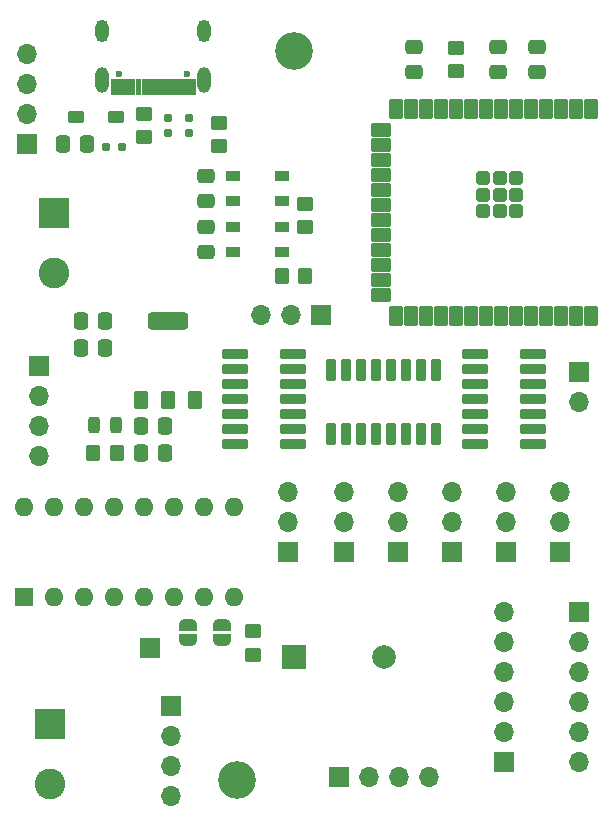
<source format=gbr>
%TF.GenerationSoftware,KiCad,Pcbnew,8.0.0*%
%TF.CreationDate,2024-04-15T20:03:37+02:00*%
%TF.ProjectId,MuntsorteerderESP,4d756e74-736f-4727-9465-657264657245,rev?*%
%TF.SameCoordinates,Original*%
%TF.FileFunction,Soldermask,Top*%
%TF.FilePolarity,Negative*%
%FSLAX46Y46*%
G04 Gerber Fmt 4.6, Leading zero omitted, Abs format (unit mm)*
G04 Created by KiCad (PCBNEW 8.0.0) date 2024-04-15 20:03:37*
%MOMM*%
%LPD*%
G01*
G04 APERTURE LIST*
G04 Aperture macros list*
%AMRoundRect*
0 Rectangle with rounded corners*
0 $1 Rounding radius*
0 $2 $3 $4 $5 $6 $7 $8 $9 X,Y pos of 4 corners*
0 Add a 4 corners polygon primitive as box body*
4,1,4,$2,$3,$4,$5,$6,$7,$8,$9,$2,$3,0*
0 Add four circle primitives for the rounded corners*
1,1,$1+$1,$2,$3*
1,1,$1+$1,$4,$5*
1,1,$1+$1,$6,$7*
1,1,$1+$1,$8,$9*
0 Add four rect primitives between the rounded corners*
20,1,$1+$1,$2,$3,$4,$5,0*
20,1,$1+$1,$4,$5,$6,$7,0*
20,1,$1+$1,$6,$7,$8,$9,0*
20,1,$1+$1,$8,$9,$2,$3,0*%
%AMFreePoly0*
4,1,19,0.500000,-0.750000,0.000000,-0.750000,0.000000,-0.744911,-0.071157,-0.744911,-0.207708,-0.704816,-0.327430,-0.627875,-0.420627,-0.520320,-0.479746,-0.390866,-0.500000,-0.250000,-0.500000,0.250000,-0.479746,0.390866,-0.420627,0.520320,-0.327430,0.627875,-0.207708,0.704816,-0.071157,0.744911,0.000000,0.744911,0.000000,0.750000,0.500000,0.750000,0.500000,-0.750000,0.500000,-0.750000,
$1*%
%AMFreePoly1*
4,1,19,0.000000,0.744911,0.071157,0.744911,0.207708,0.704816,0.327430,0.627875,0.420627,0.520320,0.479746,0.390866,0.500000,0.250000,0.500000,-0.250000,0.479746,-0.390866,0.420627,-0.520320,0.327430,-0.627875,0.207708,-0.704816,0.071157,-0.744911,0.000000,-0.744911,0.000000,-0.750000,-0.500000,-0.750000,-0.500000,0.750000,0.000000,0.750000,0.000000,0.744911,0.000000,0.744911,
$1*%
G04 Aperture macros list end*
%ADD10C,0.010000*%
%ADD11RoundRect,0.250000X-0.337500X-0.475000X0.337500X-0.475000X0.337500X0.475000X-0.337500X0.475000X0*%
%ADD12RoundRect,0.102000X0.200000X-0.240000X0.200000X0.240000X-0.200000X0.240000X-0.200000X-0.240000X0*%
%ADD13RoundRect,0.250000X0.475000X-0.337500X0.475000X0.337500X-0.475000X0.337500X-0.475000X-0.337500X0*%
%ADD14C,3.200000*%
%ADD15RoundRect,0.250000X0.337500X0.475000X-0.337500X0.475000X-0.337500X-0.475000X0.337500X-0.475000X0*%
%ADD16RoundRect,0.250000X0.350000X0.450000X-0.350000X0.450000X-0.350000X-0.450000X0.350000X-0.450000X0*%
%ADD17R,2.600000X2.600000*%
%ADD18C,2.600000*%
%ADD19R,1.700000X1.700000*%
%ADD20O,1.700000X1.700000*%
%ADD21RoundRect,0.243750X0.243750X0.456250X-0.243750X0.456250X-0.243750X-0.456250X0.243750X-0.456250X0*%
%ADD22R,2.000000X2.000000*%
%ADD23C,2.000000*%
%ADD24RoundRect,0.102000X-0.450000X0.750000X-0.450000X-0.750000X0.450000X-0.750000X0.450000X0.750000X0*%
%ADD25RoundRect,0.102000X-0.750000X0.450000X-0.750000X-0.450000X0.750000X-0.450000X0.750000X0.450000X0*%
%ADD26RoundRect,0.102000X-0.450000X0.450000X-0.450000X-0.450000X0.450000X-0.450000X0.450000X0.450000X0*%
%ADD27RoundRect,0.250000X0.450000X-0.350000X0.450000X0.350000X-0.450000X0.350000X-0.450000X-0.350000X0*%
%ADD28RoundRect,0.102000X-0.240000X-0.200000X0.240000X-0.200000X0.240000X0.200000X-0.240000X0.200000X0*%
%ADD29RoundRect,0.120600X0.966400X0.281400X-0.966400X0.281400X-0.966400X-0.281400X0.966400X-0.281400X0*%
%ADD30RoundRect,0.079380X0.487620X-0.677620X0.487620X0.677620X-0.487620X0.677620X-0.487620X-0.677620X0*%
%ADD31RoundRect,0.363360X1.358640X-0.393640X1.358640X0.393640X-1.358640X0.393640X-1.358640X-0.393640X0*%
%ADD32RoundRect,0.250000X-0.450000X0.350000X-0.450000X-0.350000X0.450000X-0.350000X0.450000X0.350000X0*%
%ADD33C,0.600000*%
%ADD34O,1.104000X2.204000*%
%ADD35O,1.104000X1.904000*%
%ADD36RoundRect,0.102000X-0.525000X-0.325000X0.525000X-0.325000X0.525000X0.325000X-0.525000X0.325000X0*%
%ADD37FreePoly0,270.000000*%
%ADD38FreePoly1,270.000000*%
%ADD39RoundRect,0.102000X-0.605000X-0.365000X0.605000X-0.365000X0.605000X0.365000X-0.605000X0.365000X0*%
%ADD40RoundRect,0.054180X-0.332820X0.842820X-0.332820X-0.842820X0.332820X-0.842820X0.332820X0.842820X0*%
%ADD41R,1.600000X1.600000*%
%ADD42O,1.600000X1.600000*%
G04 APERTURE END LIST*
D10*
%TO.C,J1*%
X132525000Y-33640000D02*
X131825000Y-33640000D01*
X131825000Y-32400000D01*
X132525000Y-32400000D01*
X132525000Y-33640000D01*
G36*
X132525000Y-33640000D02*
G01*
X131825000Y-33640000D01*
X131825000Y-32400000D01*
X132525000Y-32400000D01*
X132525000Y-33640000D01*
G37*
X133325000Y-33640000D02*
X132625000Y-33640000D01*
X132625000Y-32400000D01*
X133325000Y-32400000D01*
X133325000Y-33640000D01*
G36*
X133325000Y-33640000D02*
G01*
X132625000Y-33640000D01*
X132625000Y-32400000D01*
X133325000Y-32400000D01*
X133325000Y-33640000D01*
G37*
X133825000Y-33640000D02*
X133425000Y-33640000D01*
X133425000Y-32400000D01*
X133825000Y-32400000D01*
X133825000Y-33640000D01*
G36*
X133825000Y-33640000D02*
G01*
X133425000Y-33640000D01*
X133425000Y-32400000D01*
X133825000Y-32400000D01*
X133825000Y-33640000D01*
G37*
X134325000Y-33640000D02*
X133925000Y-33640000D01*
X133925000Y-32400000D01*
X134325000Y-32400000D01*
X134325000Y-33640000D01*
G36*
X134325000Y-33640000D02*
G01*
X133925000Y-33640000D01*
X133925000Y-32400000D01*
X134325000Y-32400000D01*
X134325000Y-33640000D01*
G37*
X134825000Y-33640000D02*
X134425000Y-33640000D01*
X134425000Y-32400000D01*
X134825000Y-32400000D01*
X134825000Y-33640000D01*
G36*
X134825000Y-33640000D02*
G01*
X134425000Y-33640000D01*
X134425000Y-32400000D01*
X134825000Y-32400000D01*
X134825000Y-33640000D01*
G37*
X135325000Y-33640000D02*
X134925000Y-33640000D01*
X134925000Y-32400000D01*
X135325000Y-32400000D01*
X135325000Y-33640000D01*
G36*
X135325000Y-33640000D02*
G01*
X134925000Y-33640000D01*
X134925000Y-32400000D01*
X135325000Y-32400000D01*
X135325000Y-33640000D01*
G37*
X135825000Y-33640000D02*
X135425000Y-33640000D01*
X135425000Y-32400000D01*
X135825000Y-32400000D01*
X135825000Y-33640000D01*
G36*
X135825000Y-33640000D02*
G01*
X135425000Y-33640000D01*
X135425000Y-32400000D01*
X135825000Y-32400000D01*
X135825000Y-33640000D01*
G37*
X136325000Y-33640000D02*
X135925000Y-33640000D01*
X135925000Y-32400000D01*
X136325000Y-32400000D01*
X136325000Y-33640000D01*
G36*
X136325000Y-33640000D02*
G01*
X135925000Y-33640000D01*
X135925000Y-32400000D01*
X136325000Y-32400000D01*
X136325000Y-33640000D01*
G37*
X136825000Y-33640000D02*
X136425000Y-33640000D01*
X136425000Y-32400000D01*
X136825000Y-32400000D01*
X136825000Y-33640000D01*
G36*
X136825000Y-33640000D02*
G01*
X136425000Y-33640000D01*
X136425000Y-32400000D01*
X136825000Y-32400000D01*
X136825000Y-33640000D01*
G37*
X137325000Y-33640000D02*
X136925000Y-33640000D01*
X136925000Y-32400000D01*
X137325000Y-32400000D01*
X137325000Y-33640000D01*
G36*
X137325000Y-33640000D02*
G01*
X136925000Y-33640000D01*
X136925000Y-32400000D01*
X137325000Y-32400000D01*
X137325000Y-33640000D01*
G37*
X138125000Y-33640000D02*
X137425000Y-33640000D01*
X137425000Y-32400000D01*
X138125000Y-32400000D01*
X138125000Y-33640000D01*
G36*
X138125000Y-33640000D02*
G01*
X137425000Y-33640000D01*
X137425000Y-32400000D01*
X138125000Y-32400000D01*
X138125000Y-33640000D01*
G37*
X138925000Y-33640000D02*
X138225000Y-33640000D01*
X138225000Y-32400000D01*
X138925000Y-32400000D01*
X138925000Y-33640000D01*
G36*
X138925000Y-33640000D02*
G01*
X138225000Y-33640000D01*
X138225000Y-32400000D01*
X138925000Y-32400000D01*
X138925000Y-33640000D01*
G37*
%TD*%
D11*
%TO.C,C6*%
X129264500Y-55118000D03*
X131339500Y-55118000D03*
%TD*%
D12*
%TO.C,D4*%
X136652000Y-36982000D03*
X136652000Y-35662000D03*
%TD*%
%TO.C,D3*%
X138430000Y-36982000D03*
X138430000Y-35662000D03*
%TD*%
D13*
%TO.C,C10*%
X139911000Y-42693500D03*
X139911000Y-40618500D03*
%TD*%
D14*
%TO.C,H2*%
X142494000Y-91694000D03*
%TD*%
D15*
%TO.C,C7*%
X136419500Y-61722000D03*
X134344500Y-61722000D03*
%TD*%
D16*
%TO.C,R4*%
X132318000Y-64008000D03*
X130318000Y-64008000D03*
%TD*%
D15*
%TO.C,C8*%
X136419500Y-64008000D03*
X134344500Y-64008000D03*
%TD*%
D17*
%TO.C,J8*%
X127000000Y-43683000D03*
D18*
X127000000Y-48763000D03*
%TD*%
D19*
%TO.C,J6*%
X125730000Y-56642000D03*
D20*
X125730000Y-59182000D03*
X125730000Y-61722000D03*
X125730000Y-64262000D03*
%TD*%
D21*
%TO.C,D5*%
X132235500Y-61702000D03*
X130360500Y-61702000D03*
%TD*%
D14*
%TO.C,H1*%
X147320000Y-29972000D03*
%TD*%
D19*
%TO.C,J5*%
X136906000Y-85481000D03*
D20*
X136906000Y-88021000D03*
X136906000Y-90561000D03*
X136906000Y-93101000D03*
%TD*%
D22*
%TO.C,BZ1*%
X147320000Y-81280000D03*
D23*
X154920000Y-81280000D03*
%TD*%
D24*
%TO.C,U1*%
X172466000Y-34938000D03*
X171196000Y-34938000D03*
X169926000Y-34938000D03*
X168656000Y-34938000D03*
X167386000Y-34938000D03*
X166116000Y-34938000D03*
X164846000Y-34938000D03*
X163576000Y-34938000D03*
X162306000Y-34938000D03*
X161036000Y-34938000D03*
X159766000Y-34938000D03*
X158496000Y-34938000D03*
X157226000Y-34938000D03*
X155956000Y-34938000D03*
D25*
X154706000Y-36703000D03*
X154706000Y-37973000D03*
X154706000Y-39243000D03*
X154706000Y-40513000D03*
X154706000Y-41783000D03*
X154706000Y-43053000D03*
X154706000Y-44323000D03*
X154706000Y-45593000D03*
X154706000Y-46863000D03*
X154706000Y-48133000D03*
X154706000Y-49403000D03*
X154706000Y-50673000D03*
D24*
X155956000Y-52438000D03*
X157226000Y-52438000D03*
X158496000Y-52438000D03*
X159766000Y-52438000D03*
X161036000Y-52438000D03*
X162306000Y-52438000D03*
X163576000Y-52438000D03*
X164846000Y-52438000D03*
X166116000Y-52438000D03*
X167386000Y-52438000D03*
X168656000Y-52438000D03*
X169926000Y-52438000D03*
X171196000Y-52438000D03*
X172466000Y-52438000D03*
D26*
X164746000Y-42188000D03*
X164746000Y-40788000D03*
X164746000Y-43588000D03*
X163346000Y-40788000D03*
X163346000Y-42188000D03*
X163346000Y-43588000D03*
X166146000Y-40788000D03*
X166146000Y-42188000D03*
X166146000Y-43588000D03*
%TD*%
D11*
%TO.C,C4*%
X127740500Y-37846000D03*
X129815500Y-37846000D03*
%TD*%
D13*
%TO.C,C2*%
X167894000Y-31750000D03*
X167894000Y-29675000D03*
%TD*%
D16*
%TO.C,R5*%
X148277000Y-49022000D03*
X146277000Y-49022000D03*
%TD*%
D27*
%TO.C,R1*%
X161036000Y-31712500D03*
X161036000Y-29712500D03*
%TD*%
D28*
%TO.C,D2*%
X131420000Y-38100000D03*
X132740000Y-38100000D03*
%TD*%
D29*
%TO.C,U5*%
X147258500Y-63246000D03*
X147258500Y-61976000D03*
X147258500Y-60706000D03*
X147258500Y-59436000D03*
X147258500Y-58166000D03*
X147258500Y-56896000D03*
X147258500Y-55626000D03*
X142308500Y-55626000D03*
X142308500Y-56896000D03*
X142308500Y-58166000D03*
X142308500Y-59436000D03*
X142308500Y-60706000D03*
X142308500Y-61976000D03*
X142308500Y-63246000D03*
%TD*%
D19*
%TO.C,J9*%
X171450000Y-57150000D03*
D20*
X171450000Y-59690000D03*
%TD*%
D30*
%TO.C,U2*%
X134407500Y-59524500D03*
X136697500Y-59524500D03*
X138987500Y-59524500D03*
D31*
X136697500Y-52834500D03*
%TD*%
D29*
%TO.C,U4*%
X167575000Y-63249500D03*
X167575000Y-61979500D03*
X167575000Y-60709500D03*
X167575000Y-59439500D03*
X167575000Y-58169500D03*
X167575000Y-56899500D03*
X167575000Y-55629500D03*
X162625000Y-55629500D03*
X162625000Y-56899500D03*
X162625000Y-58169500D03*
X162625000Y-59439500D03*
X162625000Y-60709500D03*
X162625000Y-61979500D03*
X162625000Y-63249500D03*
%TD*%
D32*
%TO.C,R2*%
X140970000Y-36084000D03*
X140970000Y-38084000D03*
%TD*%
D33*
%TO.C,J1*%
X138265000Y-31950000D03*
X132485000Y-31950000D03*
D34*
X139700000Y-32440000D03*
X131050000Y-32440000D03*
D35*
X139700000Y-28270000D03*
X131050000Y-28270000D03*
%TD*%
D19*
%TO.C,M2*%
X165274000Y-72390000D03*
D20*
X165274000Y-69850000D03*
X165274000Y-67310000D03*
%TD*%
D19*
%TO.C,M4*%
X156130000Y-72390000D03*
D20*
X156130000Y-69850000D03*
X156130000Y-67310000D03*
%TD*%
D19*
%TO.C,M3*%
X160702000Y-72390000D03*
D20*
X160702000Y-69850000D03*
X160702000Y-67310000D03*
%TD*%
D32*
%TO.C,R3*%
X134620000Y-35322000D03*
X134620000Y-37322000D03*
%TD*%
D27*
%TO.C,R6*%
X148293000Y-44942000D03*
X148293000Y-42942000D03*
%TD*%
D19*
%TO.C,J3*%
X165100000Y-90170000D03*
D20*
X165100000Y-87630000D03*
X165100000Y-85090000D03*
X165100000Y-82550000D03*
X165100000Y-80010000D03*
X165100000Y-77470000D03*
%TD*%
D13*
%TO.C,C9*%
X139911000Y-47011500D03*
X139911000Y-44936500D03*
%TD*%
D19*
%TO.C,M5*%
X151558000Y-72390000D03*
D20*
X151558000Y-69850000D03*
X151558000Y-67310000D03*
%TD*%
D19*
%TO.C,J10*%
X135128000Y-80518000D03*
%TD*%
%TO.C,J2*%
X124714000Y-37846000D03*
D20*
X124714000Y-35306000D03*
X124714000Y-32766000D03*
X124714000Y-30226000D03*
%TD*%
D36*
%TO.C,SW2*%
X142154000Y-40581000D03*
X146304000Y-40581000D03*
X142154000Y-42731000D03*
X146304000Y-42731000D03*
%TD*%
D13*
%TO.C,C1*%
X157480000Y-31750000D03*
X157480000Y-29675000D03*
%TD*%
D37*
%TO.C,JP1*%
X138318000Y-78598000D03*
D38*
X138318000Y-79898000D03*
%TD*%
D19*
%TO.C,J7*%
X151130000Y-91440000D03*
D20*
X153670000Y-91440000D03*
X156210000Y-91440000D03*
X158750000Y-91440000D03*
%TD*%
D11*
%TO.C,C5*%
X129264500Y-52832000D03*
X131339500Y-52832000D03*
%TD*%
D39*
%TO.C,D1*%
X132236000Y-35560000D03*
X128876000Y-35560000D03*
%TD*%
D32*
%TO.C,R7*%
X143891000Y-79137000D03*
X143891000Y-81137000D03*
%TD*%
D40*
%TO.C,U3*%
X159388500Y-56980000D03*
X158118500Y-56980000D03*
X156848500Y-56980000D03*
X155578500Y-56980000D03*
X154308500Y-56980000D03*
X153038500Y-56980000D03*
X151768500Y-56980000D03*
X150498500Y-56980000D03*
X150498500Y-62400000D03*
X151768500Y-62400000D03*
X153038500Y-62400000D03*
X154308500Y-62400000D03*
X155578500Y-62400000D03*
X156848500Y-62400000D03*
X158118500Y-62400000D03*
X159388500Y-62400000D03*
%TD*%
D13*
%TO.C,C3*%
X164592000Y-31750000D03*
X164592000Y-29675000D03*
%TD*%
D41*
%TO.C,U6*%
X124475000Y-76190000D03*
D42*
X127015000Y-76190000D03*
X129555000Y-76190000D03*
X132095000Y-76190000D03*
X134635000Y-76190000D03*
X137175000Y-76190000D03*
X139715000Y-76190000D03*
X142255000Y-76190000D03*
X142255000Y-68570000D03*
X139715000Y-68570000D03*
X137175000Y-68570000D03*
X134635000Y-68570000D03*
X132095000Y-68570000D03*
X129555000Y-68570000D03*
X127015000Y-68570000D03*
X124475000Y-68570000D03*
%TD*%
D19*
%TO.C,J4*%
X171450000Y-77470000D03*
D20*
X171450000Y-80010000D03*
X171450000Y-82550000D03*
X171450000Y-85090000D03*
X171450000Y-87630000D03*
X171450000Y-90170000D03*
%TD*%
D37*
%TO.C,JP2*%
X141224000Y-78598000D03*
D38*
X141224000Y-79898000D03*
%TD*%
D19*
%TO.C,M1*%
X169846000Y-72390000D03*
D20*
X169846000Y-69850000D03*
X169846000Y-67310000D03*
%TD*%
D36*
%TO.C,SW1*%
X142154000Y-44899000D03*
X146304000Y-44899000D03*
X142154000Y-47049000D03*
X146304000Y-47049000D03*
%TD*%
D19*
%TO.C,M6*%
X146812000Y-72390000D03*
D20*
X146812000Y-69850000D03*
X146812000Y-67310000D03*
%TD*%
D19*
%TO.C,J11*%
X149591000Y-52324000D03*
D20*
X147051000Y-52324000D03*
X144511000Y-52324000D03*
%TD*%
D17*
%TO.C,M7*%
X126695000Y-86990000D03*
D18*
X126695000Y-92070000D03*
%TD*%
M02*

</source>
